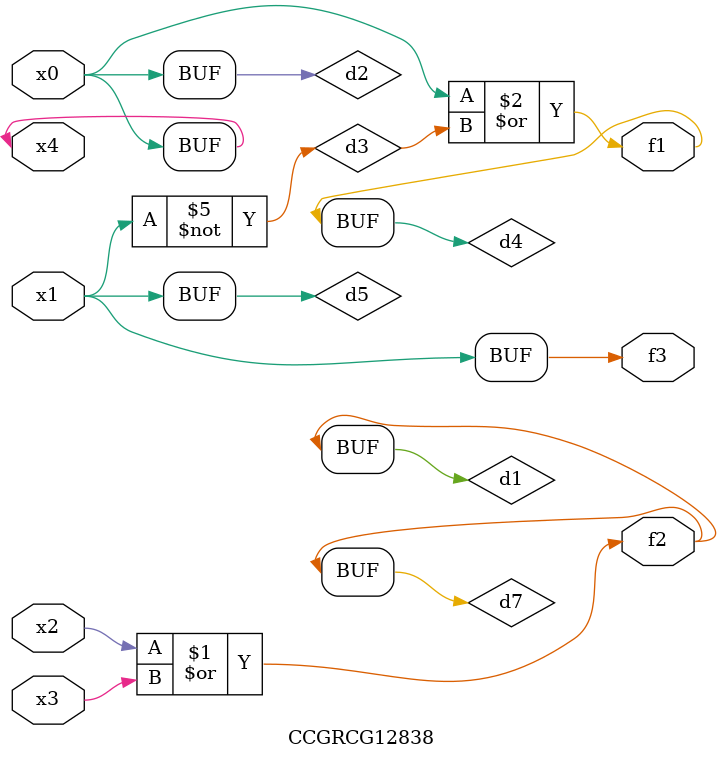
<source format=v>
module CCGRCG12838(
	input x0, x1, x2, x3, x4,
	output f1, f2, f3
);

	wire d1, d2, d3, d4, d5, d6, d7;

	or (d1, x2, x3);
	buf (d2, x0, x4);
	not (d3, x1);
	or (d4, d2, d3);
	not (d5, d3);
	nand (d6, d1, d3);
	or (d7, d1);
	assign f1 = d4;
	assign f2 = d7;
	assign f3 = d5;
endmodule

</source>
